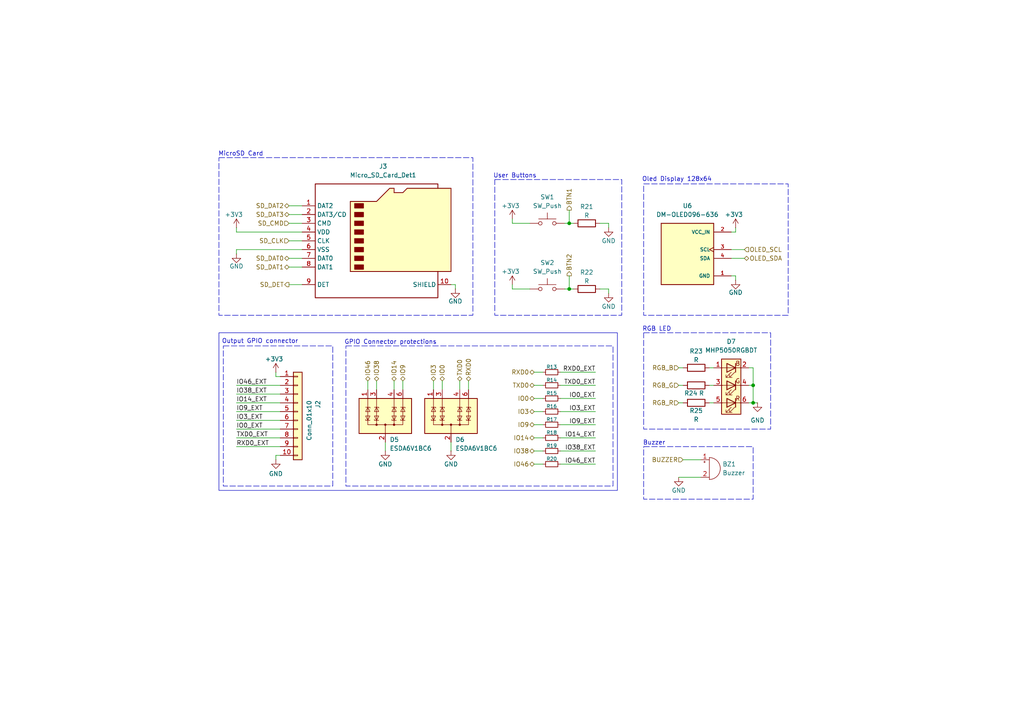
<source format=kicad_sch>
(kicad_sch (version 20250114) (generator "eeschema") (generator_version "9.0")
  (paper "A4")
  (lib_symbols
    (symbol "Connector:Micro_SD_Card_Det1"
      (property "Reference" "J" (at -16.51 17.78 0))
      (property "Value" "Micro_SD_Card_Det1" (at 16.51 17.78 0))
      (symbol "Micro_SD_Card_Det1_0_1"
        (polyline (pts (xy -8.89 -8.89) (xy -8.89 11.43) (xy -1.27 11.43) (xy 2.54 15.24) (xy 3.81 15.24) (xy 3.81 13.97) (xy 6.35 13.97) (xy 7.62 15.24) (xy 20.32 15.24) (xy 20.32 -8.89) (xy -8.89 -8.89)) (stroke (width 0.254)) (fill (type background)))
        (rectangle (start -7.62 10.795) (end -5.08 9.525) (stroke (width 0.254)) (fill (type outline)))
        (rectangle (start -7.62 8.255) (end -5.08 6.985) (stroke (width 0.254)) (fill (type outline)))
        (rectangle (start -7.62 5.715) (end -5.08 4.445) (stroke (width 0.254)) (fill (type outline)))
        (rectangle (start -7.62 3.175) (end -5.08 1.905) (stroke (width 0.254)) (fill (type outline)))
        (rectangle (start -7.62 0.635) (end -5.08 -0.635) (stroke (width 0.254)) (fill (type outline)))
        (rectangle (start -7.62 -1.905) (end -5.08 -3.175) (stroke (width 0.254)) (fill (type outline)))
        (rectangle (start -7.62 -4.445) (end -5.08 -5.715) (stroke (width 0.254)) (fill (type outline)))
        (rectangle (start -7.62 -6.985) (end -5.08 -8.255) (stroke (width 0.254)) (fill (type outline)))
        (polyline (pts (xy 16.51 15.24) (xy 16.51 16.51) (xy -19.05 16.51) (xy -19.05 -16.51) (xy 16.51 -16.51) (xy 16.51 -8.89)) (stroke (width 0.254)))
      )
      (symbol "Micro_SD_Card_Det1_1_1"
        (pin bidirectional line (at -22.86 10.16 0) (length 3.81) (name "DAT2") (number "1"))
        (pin bidirectional line (at -22.86 7.62 0) (length 3.81) (name "DAT3/CD") (number "2"))
        (pin input line (at -22.86 5.08 0) (length 3.81) (name "CMD") (number "3"))
        (pin power_in line (at -22.86 2.54 0) (length 3.81) (name "VDD") (number "4"))
        (pin input line (at -22.86 0 0) (length 3.81) (name "CLK") (number "5"))
        (pin power_in line (at -22.86 -2.54 0) (length 3.81) (name "VSS") (number "6"))
        (pin bidirectional line (at -22.86 -5.08 0) (length 3.81) (name "DAT0") (number "7"))
        (pin bidirectional line (at -22.86 -7.62 0) (length 3.81) (name "DAT1") (number "8"))
        (pin passive line (at -22.86 -12.7 0) (length 3.81) (name "DET") (number "9"))
        (pin passive line (at 20.32 -12.7 180) (length 3.81) (name "SHIELD") (number "10"))
      )
    )
    (symbol "Connector_Generic:Conn_01x10" (pin_names (offset 1.016) (hide yes))
      (property "Reference" "J" (at 0 12.7 0))
      (property "Value" "Conn_01x10" (at 0 -15.24 0))
      (symbol "Conn_01x10_1_1"
        (rectangle (start -1.27 11.43) (end 1.27 -13.97) (stroke (width 0.254)) (fill (type background)))
        (rectangle (start -1.27 10.287) (end 0 10.033) (stroke (width 0.1524)))
        (rectangle (start -1.27 7.747) (end 0 7.493) (stroke (width 0.1524)))
        (rectangle (start -1.27 5.207) (end 0 4.953) (stroke (width 0.1524)))
        (rectangle (start -1.27 2.667) (end 0 2.413) (stroke (width 0.1524)))
        (rectangle (start -1.27 0.127) (end 0 -0.127) (stroke (width 0.1524)))
        (rectangle (start -1.27 -2.413) (end 0 -2.667) (stroke (width 0.1524)))
        (rectangle (start -1.27 -4.953) (end 0 -5.207) (stroke (width 0.1524)))
        (rectangle (start -1.27 -7.493) (end 0 -7.747) (stroke (width 0.1524)))
        (rectangle (start -1.27 -10.033) (end 0 -10.287) (stroke (width 0.1524)))
        (rectangle (start -1.27 -12.573) (end 0 -12.827) (stroke (width 0.1524)))
        (pin passive line (at -5.08 10.16 0) (length 3.81) (name "Pin_1") (number "1"))
        (pin passive line (at -5.08 7.62 0) (length 3.81) (name "Pin_2") (number "2"))
        (pin passive line (at -5.08 5.08 0) (length 3.81) (name "Pin_3") (number "3"))
        (pin passive line (at -5.08 2.54 0) (length 3.81) (name "Pin_4") (number "4"))
        (pin passive line (at -5.08 0 0) (length 3.81) (name "Pin_5") (number "5"))
        (pin passive line (at -5.08 -2.54 0) (length 3.81) (name "Pin_6") (number "6"))
        (pin passive line (at -5.08 -5.08 0) (length 3.81) (name "Pin_7") (number "7"))
        (pin passive line (at -5.08 -7.62 0) (length 3.81) (name "Pin_8") (number "8"))
        (pin passive line (at -5.08 -10.16 0) (length 3.81) (name "Pin_9") (number "9"))
        (pin passive line (at -5.08 -12.7 0) (length 3.81) (name "Pin_10") (number "10"))
      )
    )
    (symbol "DM-OLED096-636:DM-OLED096-636" (pin_names (offset 1.016))
      (property "Reference" "U" (at -7.62 10.922 0))
      (property "Value" "DM-OLED096-636" (at -7.62 -10.16 0))
      (symbol "DM-OLED096-636_0_0"
        (rectangle (start -7.62 -7.62) (end 7.62 10.16) (stroke (width 0.254)) (fill (type background)))
        (pin power_in line (at 12.7 7.62 180) (length 5.08) (name "VCC_IN") (number "2"))
        (pin input clock (at 12.7 2.54 180) (length 5.08) (name "SCL") (number "3"))
        (pin bidirectional line (at 12.7 0 180) (length 5.08) (name "SDA") (number "4"))
        (pin power_in line (at 12.7 -5.08 180) (length 5.08) (name "GND") (number "1"))
      )
    )
    (symbol "Device:Buzzer" (pin_names (offset 0.0254) (hide yes))
      (property "Reference" "BZ" (at 3.81 1.27 0))
      (property "Value" "Buzzer" (at 3.81 -1.27 0))
      (symbol "Buzzer_0_1"
        (polyline (pts (xy -1.651 1.905) (xy -1.143 1.905)))
        (polyline (pts (xy -1.397 2.159) (xy -1.397 1.651)))
        (arc (start 0 3.175) (mid 3.1612 0) (end 0 -3.175))
        (polyline (pts (xy 0 3.175) (xy 0 -3.175)))
      )
      (symbol "Buzzer_1_1"
        (pin passive line (at -2.54 2.54 0) (length 2.54) (name "+") (number "1"))
        (pin passive line (at -2.54 -2.54 0) (length 2.54) (name "-") (number "2"))
      )
    )
    (symbol "Device:LED_RGB" (pin_names (offset 0) (hide yes))
      (property "Reference" "D2" (at 0 13.97 0))
      (property "Value" "MHP5050RGBDT" (at 0 11.43 0))
      (symbol "LED_RGB_0_0"
        (text "R" (at -1.905 3.81 0) (effects (font (size 1.27 1.27))))
        (text "G" (at -1.905 -1.27 0) (effects (font (size 1.27 1.27))))
        (text "B" (at -1.905 -6.35 0) (effects (font (size 1.27 1.27))))
      )
      (symbol "LED_RGB_0_1"
        (polyline (pts (xy -1.27 6.35) (xy -1.27 3.81)) (stroke (width 0.254)))
        (polyline (pts (xy -1.27 6.35) (xy -1.27 3.81) (xy -1.27 3.81)))
        (polyline (pts (xy -1.27 5.08) (xy -2.54 5.08)))
        (polyline (pts (xy -1.27 5.08) (xy 1.27 5.08)))
        (polyline (pts (xy -1.27 1.27) (xy -1.27 -1.27)) (stroke (width 0.254)))
        (polyline (pts (xy -1.27 1.27) (xy -1.27 -1.27) (xy -1.27 -1.27)))
        (polyline (pts (xy -1.27 0) (xy -2.54 0)))
        (polyline (pts (xy -1.27 -3.81) (xy -1.27 -6.35)) (stroke (width 0.254)))
        (polyline (pts (xy -1.27 -5.08) (xy -2.54 -5.08)))
        (polyline (pts (xy -1.27 -5.08) (xy 1.27 -5.08)))
        (polyline (pts (xy -1.016 6.35) (xy 0.508 7.874) (xy -0.254 7.874) (xy 0.508 7.874) (xy 0.508 7.112)))
        (polyline (pts (xy -1.016 1.27) (xy 0.508 2.794) (xy -0.254 2.794) (xy 0.508 2.794) (xy 0.508 2.032)))
        (polyline (pts (xy -1.016 -3.81) (xy 0.508 -2.286) (xy -0.254 -2.286) (xy 0.508 -2.286) (xy 0.508 -3.048)))
        (polyline (pts (xy 0 6.35) (xy 1.524 7.874) (xy 0.762 7.874) (xy 1.524 7.874) (xy 1.524 7.112)))
        (polyline (pts (xy 0 1.27) (xy 1.524 2.794) (xy 0.762 2.794) (xy 1.524 2.794) (xy 1.524 2.032)))
        (polyline (pts (xy 0 -3.81) (xy 1.524 -2.286) (xy 0.762 -2.286) (xy 1.524 -2.286) (xy 1.524 -3.048)))
        (polyline (pts (xy 1.27 6.35) (xy 1.27 3.81) (xy -1.27 5.08) (xy 1.27 6.35)) (stroke (width 0.254)))
        (rectangle (start 1.27 6.35) (end 1.27 6.35))
        (polyline (pts (xy 1.27 5.08) (xy 2.54 5.08)))
        (rectangle (start 1.27 3.81) (end 1.27 6.35))
        (polyline (pts (xy 1.27 1.27) (xy 1.27 -1.27) (xy -1.27 0) (xy 1.27 1.27)) (stroke (width 0.254)))
        (rectangle (start 1.27 1.27) (end 1.27 1.27))
        (polyline (pts (xy 1.27 0) (xy -1.27 0)))
        (polyline (pts (xy 1.27 0) (xy 2.54 0)))
        (rectangle (start 1.27 -1.27) (end 1.27 1.27))
        (polyline (pts (xy 1.27 -3.81) (xy 1.27 -6.35) (xy -1.27 -5.08) (xy 1.27 -3.81)) (stroke (width 0.254)))
        (polyline (pts (xy 1.27 -5.08) (xy 2.54 -5.08)))
        (rectangle (start 2.794 8.382) (end -2.794 -7.62) (stroke (width 0.254)) (fill (type background)))
      )
      (symbol "LED_RGB_1_1"
        (pin passive line (at -5.08 5.08 0) (length 2.54) (name "RK") (number "6"))
        (pin passive line (at -5.08 0 0) (length 2.54) (name "GK") (number "4"))
        (pin passive line (at -5.08 -5.08 0) (length 2.54) (name "BK") (number "2"))
        (pin passive line (at 5.08 5.08 180) (length 2.54) (name "RA") (number "5"))
        (pin passive line (at 5.08 0 180) (length 2.54) (name "GA") (number "3"))
        (pin passive line (at 5.08 -5.08 180) (length 2.54) (name "BA") (number "1"))
      )
    )
    (symbol "Device:R" (pin_numbers (hide yes)) (pin_names (offset 0))
      (property "Reference" "R" (at 2.032 0 90))
      (property "Value" "R" (at 0 0 90))
      (symbol "R_0_1"
        (rectangle (start -1.016 -2.54) (end 1.016 2.54) (stroke (width 0.254)))
      )
      (symbol "R_1_1"
        (pin passive line (at 0 3.81 270) (length 1.27) (name "~") (number "1"))
        (pin passive line (at 0 -3.81 90) (length 1.27) (name "~") (number "2"))
      )
    )
    (symbol "Device:R_Small" (pin_numbers (hide yes)) (pin_names (offset 0.254) (hide yes))
      (property "Reference" "R" (at 0 0 90))
      (property "Value" "R_Small" (at 1.778 0 90))
      (symbol "R_Small_0_1"
        (rectangle (start -0.762 1.778) (end 0.762 -1.778) (stroke (width 0.2032)))
      )
      (symbol "R_Small_1_1"
        (pin passive line (at 0 2.54 270) (length 0.762) (name "~") (number "1"))
        (pin passive line (at 0 -2.54 90) (length 0.762) (name "~") (number "2"))
      )
    )
    (symbol "Power_Protection:ESDA6V1BC6" (pin_names (hide yes))
      (property "Reference" "D" (at -2.54 -6.35 0))
      (property "Value" "ESDA6V1BC6" (at 1.27 -6.35 0))
      (symbol "ESDA6V1BC6_0_0"
        (pin passive line (at 0 -7.62 90) (length 2.54) (name "COM") (number "2"))
      )
      (symbol "ESDA6V1BC6_0_1"
        (rectangle (start -7.62 5.08) (end 7.62 -5.08) (stroke (width 0.254)) (fill (type background)))
        (polyline (pts (xy -5.715 2.54) (xy -4.445 2.54) (xy -4.445 2.286)))
        (polyline (pts (xy -5.715 -1.016) (xy -5.715 -1.27) (xy -4.445 -1.27)))
        (polyline (pts (xy -5.08 5.08) (xy -5.08 2.54)))
        (polyline (pts (xy -5.08 2.54) (xy -5.08 -1.27)))
        (polyline (pts (xy -5.08 2.54) (xy -4.445 1.27) (xy -5.715 1.27) (xy -5.08 2.54)))
        (polyline (pts (xy -5.08 -1.27) (xy -5.715 0) (xy -4.445 0) (xy -5.08 -1.27)))
        (polyline (pts (xy -5.08 -2.54) (xy -5.08 -1.27)))
        (polyline (pts (xy -5.08 -2.54) (xy 5.08 -2.54)))
        (polyline (pts (xy -3.175 2.54) (xy -1.905 2.54) (xy -1.905 2.286)))
        (polyline (pts (xy -3.175 -1.016) (xy -3.175 -1.27) (xy -1.905 -1.27)))
        (polyline (pts (xy -2.54 5.08) (xy -2.54 2.54)))
        (polyline (pts (xy -2.54 2.54) (xy -2.54 -1.27)))
        (polyline (pts (xy -2.54 2.54) (xy -1.905 1.27) (xy -3.175 1.27) (xy -2.54 2.54)))
        (polyline (pts (xy -2.54 -1.27) (xy -3.175 0) (xy -1.905 0) (xy -2.54 -1.27)))
        (circle (center -2.54 -2.54) (radius 0.254) (fill (type outline)))
        (polyline (pts (xy -2.54 -2.54) (xy -2.54 -1.27)))
        (polyline (pts (xy 0 -2.54) (xy 0 -5.08)))
        (circle (center 0 -2.54) (radius 0.254) (fill (type outline)))
        (polyline (pts (xy 1.905 2.54) (xy 3.175 2.54) (xy 3.175 2.286)))
        (polyline (pts (xy 1.905 -1.016) (xy 1.905 -1.27) (xy 3.175 -1.27)))
        (polyline (pts (xy 2.54 5.08) (xy 2.54 2.54)))
        (polyline (pts (xy 2.54 2.54) (xy 2.54 -1.27)))
        (polyline (pts (xy 2.54 2.54) (xy 3.175 1.27) (xy 1.905 1.27) (xy 2.54 2.54)))
        (polyline (pts (xy 2.54 -1.27) (xy 1.905 0) (xy 3.175 0) (xy 2.54 -1.27)))
        (polyline (pts (xy 2.54 -2.54) (xy 2.54 -1.27)))
        (circle (center 2.54 -2.54) (radius 0.254) (fill (type outline)))
        (polyline (pts (xy 4.445 2.54) (xy 5.715 2.54) (xy 5.715 2.286)))
        (polyline (pts (xy 4.445 -1.016) (xy 4.445 -1.27) (xy 5.715 -1.27)))
        (polyline (pts (xy 5.08 5.08) (xy 5.08 2.54)))
        (polyline (pts (xy 5.08 2.54) (xy 5.08 -1.27)))
        (polyline (pts (xy 5.08 2.54) (xy 5.715 1.27) (xy 4.445 1.27) (xy 5.08 2.54)))
        (polyline (pts (xy 5.08 -1.27) (xy 4.445 0) (xy 5.715 0) (xy 5.08 -1.27)))
        (polyline (pts (xy 5.08 -2.54) (xy 5.08 -1.27)))
      )
      (symbol "ESDA6V1BC6_1_1"
        (pin passive line (at -5.08 7.62 270) (length 2.54) (name "TVS1") (number "1"))
        (pin passive line (at -2.54 7.62 270) (length 2.54) (name "TVS2") (number "3"))
        (pin passive line (at 0 -7.62 90) (length 2.54) (hide yes) (name "COM") (number "5"))
        (pin passive line (at 2.54 7.62 270) (length 2.54) (name "TVS3") (number "4"))
        (pin passive line (at 5.08 7.62 270) (length 2.54) (name "TVS4") (number "6"))
      )
    )
    (symbol "Switch:SW_Push" (pin_numbers (hide yes)) (pin_names (offset 1.016) (hide yes))
      (property "Reference" "SW" (at 1.27 2.54 0))
      (property "Value" "SW_Push" (at 0 -1.524 0))
      (symbol "SW_Push_0_1"
        (circle (center -2.032 0) (radius 0.508))
        (polyline (pts (xy 0 1.27) (xy 0 3.048)))
        (circle (center 2.032 0) (radius 0.508))
        (polyline (pts (xy 2.54 1.27) (xy -2.54 1.27)))
        (pin passive line (at -5.08 0 0) (length 2.54) (name "1") (number "1"))
        (pin passive line (at 5.08 0 180) (length 2.54) (name "2") (number "2"))
      )
    )
    (symbol "power:+3V3" (power) (pin_numbers (hide yes)) (pin_names (offset 0) (hide yes))
      (property "Value" "+3V3" (at 0 3.556 0))
      (symbol "+3V3_0_1"
        (polyline (pts (xy -0.762 1.27) (xy 0 2.54)))
        (polyline (pts (xy 0 2.54) (xy 0.762 1.27)))
        (polyline (pts (xy 0 0) (xy 0 2.54)))
      )
      (symbol "+3V3_1_1"
        (pin power_in line (at 0 0 90) (length 0) (name "~") (number "1"))
      )
    )
    (symbol "power:GND" (power) (pin_numbers (hide yes)) (pin_names (offset 0) (hide yes))
      (property "Value" "GND" (at 0 -3.81 0))
      (symbol "GND_0_1"
        (polyline (pts (xy 0 0) (xy 0 -1.27) (xy 1.27 -1.27) (xy 0 -2.54) (xy -1.27 -1.27) (xy 0 -1.27)))
      )
      (symbol "GND_1_1"
        (pin power_in line (at 0 0 270) (length 0) (name "~") (number "1"))
      )
    )
  )
  (rectangle (start 63.5 96.52) (end 179.07 142.24))
  (rectangle (start 186.69 53.34) (end 228.6 91.44) (stroke (width 0) (type dash)))
  (rectangle (start 100.33 100.33) (end 177.8 140.97) (stroke (width 0) (type dash)))
  (rectangle (start 63.5 45.72) (end 137.16 91.44) (stroke (width 0) (type dash)))
  (rectangle (start 186.69 96.52) (end 223.52 124.46) (stroke (width 0) (type dash)))
  (rectangle (start 64.77 100.33) (end 96.52 140.97) (stroke (width 0) (type dash)))
  (rectangle (start 143.51 52.07) (end 180.34 91.44) (stroke (width 0) (type dash)))
  (rectangle (start 186.69 129.54) (end 218.44 144.78) (stroke (width 0) (type dash)))
  (text "MicroSD Card" (at 69.85 44.704 0) (effects (font (size 1.27 1.27))))
  (text "GPIO Connector protections" (at 113.284 99.314 0) (effects (font (size 1.27 1.27))))
  (text "Output GPIO connector" (at 75.438 99.06 0) (effects (font (size 1.27 1.27))))
  (text "Oled Display 128x64" (at 196.342 52.07 0) (effects (font (size 1.27 1.27))))
  (text "User Buttons" (at 149.352 51.054 0) (effects (font (size 1.27 1.27))))
  (text "RGB LED" (at 190.5 95.504 0) (effects (font (size 1.27 1.27))))
  (text "Buzzer" (at 189.738 128.524 0) (effects (font (size 1.27 1.27))))
  (junction (at 218.44 116.84))
  (junction (at 165.1 83.82))
  (junction (at 218.44 111.76))
  (junction (at 165.1 64.77))
  (wire (pts (xy 154.94 123.19) (xy 157.48 123.19)))
  (wire (pts (xy 196.85 116.84) (xy 198.12 116.84)))
  (wire (pts (xy 128.27 110.49) (xy 128.27 113.03)))
  (wire (pts (xy 165.1 64.77) (xy 165.1 60.96)))
  (wire (pts (xy 130.81 128.27) (xy 130.81 130.81)))
  (wire (pts (xy 154.94 134.62) (xy 157.48 134.62)))
  (wire (pts (xy 148.59 64.77) (xy 153.67 64.77)))
  (wire (pts (xy 162.56 130.81) (xy 172.72 130.81)))
  (wire (pts (xy 109.22 110.49) (xy 109.22 113.03)))
  (wire (pts (xy 196.85 138.43) (xy 203.2 138.43)))
  (wire (pts (xy 165.1 80.01) (xy 165.1 83.82)))
  (wire (pts (xy 68.58 111.76) (xy 81.28 111.76)))
  (wire (pts (xy 68.58 127) (xy 81.28 127)))
  (wire (pts (xy 198.12 133.35) (xy 203.2 133.35)))
  (wire (pts (xy 133.35 110.49) (xy 133.35 113.03)))
  (wire (pts (xy 114.3 110.49) (xy 114.3 113.03)))
  (wire (pts (xy 163.83 83.82) (xy 165.1 83.82)))
  (wire (pts (xy 106.68 110.49) (xy 106.68 113.03)))
  (wire (pts (xy 196.85 111.76) (xy 198.12 111.76)))
  (wire (pts (xy 80.01 133.35) (xy 80.01 132.08)))
  (wire (pts (xy 83.82 59.69) (xy 87.63 59.69)))
  (wire (pts (xy 68.58 121.92) (xy 81.28 121.92)))
  (wire (pts (xy 217.17 106.68) (xy 218.44 106.68)))
  (wire (pts (xy 83.82 64.77) (xy 87.63 64.77)))
  (wire (pts (xy 162.56 115.57) (xy 172.72 115.57)))
  (wire (pts (xy 205.74 106.68) (xy 207.01 106.68)))
  (wire (pts (xy 162.56 111.76) (xy 172.72 111.76)))
  (wire (pts (xy 162.56 127) (xy 172.72 127)))
  (wire (pts (xy 68.58 72.39) (xy 68.58 73.66)))
  (wire (pts (xy 135.89 110.49) (xy 135.89 113.03)))
  (wire (pts (xy 218.44 111.76) (xy 218.44 116.84)))
  (wire (pts (xy 68.58 116.84) (xy 81.28 116.84)))
  (wire (pts (xy 68.58 129.54) (xy 81.28 129.54)))
  (wire (pts (xy 173.99 64.77) (xy 176.53 64.77)))
  (wire (pts (xy 83.82 69.85) (xy 87.63 69.85)))
  (wire (pts (xy 154.94 127) (xy 157.48 127)))
  (wire (pts (xy 196.85 106.68) (xy 198.12 106.68)))
  (wire (pts (xy 83.82 77.47) (xy 87.63 77.47)))
  (wire (pts (xy 212.09 67.31) (xy 213.36 67.31)))
  (wire (pts (xy 125.73 110.49) (xy 125.73 113.03)))
  (wire (pts (xy 80.01 107.95) (xy 80.01 109.22)))
  (wire (pts (xy 111.76 130.81) (xy 111.76 128.27)))
  (wire (pts (xy 176.53 83.82) (xy 176.53 85.09)))
  (wire (pts (xy 132.08 82.55) (xy 130.81 82.55)))
  (wire (pts (xy 213.36 80.01) (xy 213.36 81.28)))
  (wire (pts (xy 217.17 111.76) (xy 218.44 111.76)))
  (wire (pts (xy 68.58 67.31) (xy 87.63 67.31)))
  (wire (pts (xy 176.53 64.77) (xy 176.53 66.04)))
  (wire (pts (xy 218.44 116.84) (xy 219.71 116.84)))
  (wire (pts (xy 154.94 111.76) (xy 157.48 111.76)))
  (wire (pts (xy 116.84 110.49) (xy 116.84 113.03)))
  (wire (pts (xy 154.94 130.81) (xy 157.48 130.81)))
  (wire (pts (xy 80.01 132.08) (xy 81.28 132.08)))
  (wire (pts (xy 132.08 83.82) (xy 132.08 82.55)))
  (wire (pts (xy 213.36 67.31) (xy 213.36 66.04)))
  (wire (pts (xy 148.59 63.5) (xy 148.59 64.77)))
  (wire (pts (xy 162.56 123.19) (xy 172.72 123.19)))
  (wire (pts (xy 212.09 72.39) (xy 215.9 72.39)))
  (wire (pts (xy 163.83 64.77) (xy 165.1 64.77)))
  (wire (pts (xy 212.09 80.01) (xy 213.36 80.01)))
  (wire (pts (xy 173.99 83.82) (xy 176.53 83.82)))
  (wire (pts (xy 68.58 119.38) (xy 81.28 119.38)))
  (wire (pts (xy 212.09 74.93) (xy 215.9 74.93)))
  (wire (pts (xy 68.58 114.3) (xy 81.28 114.3)))
  (wire (pts (xy 162.56 134.62) (xy 172.72 134.62)))
  (wire (pts (xy 165.1 64.77) (xy 166.37 64.77)))
  (wire (pts (xy 83.82 74.93) (xy 87.63 74.93)))
  (wire (pts (xy 218.44 106.68) (xy 218.44 111.76)))
  (wire (pts (xy 83.82 82.55) (xy 87.63 82.55)))
  (wire (pts (xy 68.58 66.04) (xy 68.58 67.31)))
  (wire (pts (xy 154.94 119.38) (xy 157.48 119.38)))
  (wire (pts (xy 165.1 83.82) (xy 166.37 83.82)))
  (wire (pts (xy 162.56 119.38) (xy 172.72 119.38)))
  (wire (pts (xy 148.59 83.82) (xy 153.67 83.82)))
  (wire (pts (xy 205.74 111.76) (xy 207.01 111.76)))
  (wire (pts (xy 218.44 116.84) (xy 217.17 116.84)))
  (wire (pts (xy 205.74 116.84) (xy 207.01 116.84)))
  (wire (pts (xy 154.94 115.57) (xy 157.48 115.57)))
  (wire (pts (xy 68.58 72.39) (xy 87.63 72.39)))
  (wire (pts (xy 154.94 107.95) (xy 157.48 107.95)))
  (wire (pts (xy 68.58 124.46) (xy 81.28 124.46)))
  (wire (pts (xy 148.59 82.55) (xy 148.59 83.82)))
  (wire (pts (xy 162.56 107.95) (xy 172.72 107.95)))
  (wire (pts (xy 80.01 109.22) (xy 81.28 109.22)))
  (wire (pts (xy 83.82 62.23) (xy 87.63 62.23)))
  (label "IO9_EXT" (at 172.72 123.19 180))
  (label "TXD0_EXT" (at 68.58 127 0))
  (label "IO3_EXT" (at 68.58 121.92 0))
  (label "IO14_EXT" (at 68.58 116.84 0))
  (label "RXD0_EXT" (at 68.58 129.54 0))
  (label "TXD0_EXT" (at 172.72 111.76 180))
  (label "IO0_EXT" (at 172.72 115.57 180))
  (label "IO46_EXT" (at 68.58 111.76 0))
  (label "IO9_EXT" (at 68.58 119.38 0))
  (label "IO38_EXT" (at 68.58 114.3 0))
  (label "RXD0_EXT" (at 172.72 107.95 180))
  (label "IO38_EXT" (at 172.72 130.81 180))
  (label "IO3_EXT" (at 172.72 119.38 180))
  (label "IO14_EXT" (at 172.72 127 180))
  (label "IO0_EXT" (at 68.58 124.46 0))
  (label "IO46_EXT" (at 172.72 134.62 180))
  (hierarchical_label "SD_CLK" (shape input) (at 83.82 69.85 180))
  (hierarchical_label "IO9" (shape bidirectional) (at 116.84 110.49 90))
  (hierarchical_label "IO14" (shape bidirectional) (at 154.94 127 180))
  (hierarchical_label "SD_DAT3" (shape bidirectional) (at 83.82 62.23 180))
  (hierarchical_label "RGB_R" (shape input) (at 196.85 116.84 180))
  (hierarchical_label "RGB_G" (shape input) (at 196.85 111.76 180))
  (hierarchical_label "RXD0" (shape bidirectional) (at 135.89 110.49 90))
  (hierarchical_label "SD_DAT1" (shape bidirectional) (at 83.82 77.47 180))
  (hierarchical_label "TXD0" (shape bidirectional) (at 133.35 110.49 90))
  (hierarchical_label "BTN2" (shape output) (at 165.1 80.01 90))
  (hierarchical_label "IO3" (shape bidirectional) (at 125.73 110.49 90))
  (hierarchical_label "IO0" (shape bidirectional) (at 128.27 110.49 90))
  (hierarchical_label "OLED_SCL" (shape input) (at 215.9 72.39 0))
  (hierarchical_label "IO38" (shape bidirectional) (at 109.22 110.49 90))
  (hierarchical_label "IO14" (shape bidirectional) (at 114.3 110.49 90))
  (hierarchical_label "RGB_B" (shape input) (at 196.85 106.68 180))
  (hierarchical_label "RXD0" (shape bidirectional) (at 154.94 107.95 180))
  (hierarchical_label "IO0" (shape bidirectional) (at 154.94 115.57 180))
  (hierarchical_label "IO9" (shape bidirectional) (at 154.94 123.19 180))
  (hierarchical_label "IO38" (shape bidirectional) (at 154.94 130.81 180))
  (hierarchical_label "SD_DAT2" (shape bidirectional) (at 83.82 59.69 180))
  (hierarchical_label "BTN1" (shape output) (at 165.1 60.96 90))
  (hierarchical_label "IO46" (shape bidirectional) (at 154.94 134.62 180))
  (hierarchical_label "IO46" (shape bidirectional) (at 106.68 110.49 90))
  (hierarchical_label "SD_CMD" (shape input) (at 83.82 64.77 180))
  (hierarchical_label "IO3" (shape bidirectional) (at 154.94 119.38 180))
  (hierarchical_label "BUZZER" (shape input) (at 198.12 133.35 180))
  (hierarchical_label "SD_DET" (shape output) (at 83.82 82.55 180))
  (hierarchical_label "SD_DAT0" (shape bidirectional) (at 83.82 74.93 180))
  (hierarchical_label "TXD0" (shape bidirectional) (at 154.94 111.76 180))
  (hierarchical_label "OLED_SDA" (shape bidirectional) (at 215.9 74.93 0))
  (symbol (lib_id "Connector_Generic:Conn_01x10") (at 86.36 119.38 0) (unit 1)
    (property "Reference" "J2" (at 92.202 116.078 90) (effects (justify right)))
    (property "Value" "Conn_01x10" (at 89.662 116.078 90) (effects (justify right)))
    (property "Footprint" "Connector_PinSocket_2.54mm:PinSocket_1x10_P2.54mm_Horizontal" (effects (hide yes)))
    (property "Description" "Generic connector, single row, 01x10, script generated (kicad-library-utils/schlib/autogen/connector/)" (effects (hide yes)))
  )
  (symbol (lib_id "Device:R_Small") (at 160.02 111.76 90) (unit 1)
    (property "Reference" "R14" (at 160.02 110.236 90) (effects (font (size 1.016 1.016))))
    (property "Value" "R_Small" (effects (hide yes)))
    (property "Footprint" "Resistor_SMD:R_0603_1608Metric" (effects (hide yes)))
    (property "Description" "Resistor, small symbol" (effects (hide yes)))
  )
  (symbol (lib_id "Device:R") (at 170.18 64.77 90) (unit 1)
    (property "Reference" "R21" (at 170.18 59.944 90))
    (property "Value" "R" (at 170.18 62.484 90))
    (property "Footprint" "Resistor_SMD:R_0603_1608Metric" (effects (hide yes)))
    (property "Description" "Resistor" (effects (hide yes)))
  )
  (symbol (lib_id "power:GND") (at 219.71 116.84 0) (unit 1)
    (property "Reference" "#PWR043" (effects (hide yes)))
    (property "Value" "GND" (at 219.71 121.92 0))
    (property "Description" "Power symbol creates a global label with name \"GND\" , ground" (effects (hide yes)))
  )
  (symbol (lib_id "Device:R") (at 201.93 111.76 90) (unit 1)
    (property "Reference" "R24" (at 200.406 114.046 90))
    (property "Value" "R" (at 203.454 114.046 90))
    (property "Footprint" "Resistor_SMD:R_0603_1608Metric" (effects (hide yes)))
    (property "Description" "Resistor" (effects (hide yes)))
  )
  (symbol (lib_id "power:+3V3") (at 80.01 107.95 0) (unit 1)
    (property "Reference" "#PWR031" (effects (hide yes)))
    (property "Value" "+3V3" (at 79.502 104.14 0))
    (property "Description" "Power symbol creates a global label with name \"+3V3\"" (effects (hide yes)))
  )
  (symbol (lib_id "power:GND") (at 80.01 133.35 0) (unit 1)
    (property "Reference" "#PWR032" (effects (hide yes)))
    (property "Value" "GND" (at 80.01 137.414 0))
    (property "Description" "Power symbol creates a global label with name \"GND\" , ground" (effects (hide yes)))
  )
  (symbol (lib_id "power:GND") (at 196.85 138.43 0) (unit 1)
    (property "Reference" "#PWR040" (effects (hide yes)))
    (property "Value" "GND" (at 196.85 142.24 0))
    (property "Description" "Power symbol creates a global label with name \"GND\" , ground" (effects (hide yes)))
  )
  (symbol (lib_id "power:GND") (at 68.58 73.66 0) (unit 1)
    (property "Reference" "#PWR030" (effects (hide yes)))
    (property "Value" "GND" (at 68.58 77.216 0))
    (property "Description" "Power symbol creates a global label with name \"GND\" , ground" (effects (hide yes)))
  )
  (symbol (lib_id "power:GND") (at 111.76 130.81 0) (unit 1)
    (property "Reference" "#PWR033" (effects (hide yes)))
    (property "Value" "GND" (at 111.76 134.62 0))
    (property "Description" "Power symbol creates a global label with name \"GND\" , ground" (effects (hide yes)))
  )
  (symbol (lib_id "power:+3V3") (at 148.59 82.55 0) (unit 1)
    (property "Reference" "#PWR037" (effects (hide yes)))
    (property "Value" "+3V3" (at 148.082 78.74 0))
    (property "Description" "Power symbol creates a global label with name \"+3V3\"" (effects (hide yes)))
  )
  (symbol (lib_id "Power_Protection:ESDA6V1BC6") (at 130.81 120.65 0) (unit 1)
    (property "Reference" "D6" (at 132.08 127.508 0) (effects (justify left)))
    (property "Value" "ESDA6V1BC6" (at 132.08 130.048 0) (effects (justify left)))
    (property "Footprint" "Package_TO_SOT_SMD:SOT-23-6" (effects (hide yes)))
    (property "Datasheet" "http://www.st.com/content/ccc/resource/technical/document/datasheet/21/07/21/e3/a8/df/42/a2/CD00001906.pdf/files/CD00001906.pdf/jcr:content/translations/en.CD00001906.pdf" (effects (hide yes)))
    (property "Description" "Quad bidirectional transil, Suppressor for ESD protection, 5V Standoff, 4 Channels, SOT-23-6" (effects (hide yes)))
  )
  (symbol (lib_id "power:GND") (at 213.36 81.28 0) (unit 1)
    (property "Reference" "#PWR042" (effects (hide yes)))
    (property "Value" "GND" (at 213.36 84.836 0))
    (property "Description" "Power symbol creates a global label with name \"GND\" , ground" (effects (hide yes)))
  )
  (symbol (lib_id "DM-OLED096-636:DM-OLED096-636") (at 199.39 74.93 0) (unit 1)
    (property "Reference" "U6" (at 199.39 59.69 0))
    (property "Value" "DM-OLED096-636" (at 199.39 62.23 0))
    (property "Footprint" "oled_128x64:MODULE_DM-OLED096-636" (effects (hide yes)))
    (property "MF" "Display Module" (effects (hide yes)))
    (property "MAXIMUM_PACKAGE_HEIGHT" "11.3 mm" (effects (hide yes)))
    (property "Package" "Package" (effects (hide yes)))
    (property "Price" "None" (effects (hide yes)))
    (property "Check_prices" "https://www.snapeda.com/parts/DM-OLED096-636/Display+Module/view-part/?ref=eda" (effects (hide yes)))
    (property "STANDARD" "Manufacturer Recommendations" (effects (hide yes)))
    (property "PARTREV" "2018-09-10" (effects (hide yes)))
    (property "SnapEDA_Link" "https://www.snapeda.com/parts/DM-OLED096-636/Display+Module/view-part/?ref=snap" (effects (hide yes)))
    (property "MP" "DM-OLED096-636" (effects (hide yes)))
    (property "Description_1" "0.96” 128 X 64 MONOCHROME GRAPHIC OLED DISPLAY MODULE - I2C" (effects (hide yes)))
    (property "Availability" "Not in stock" (effects (hide yes)))
    (property "MANUFACTURER" "Displaymodule" (effects (hide yes)))
  )
  (symbol (lib_id "Power_Protection:ESDA6V1BC6") (at 111.76 120.65 0) (unit 1)
    (property "Reference" "D5" (at 113.03 127.508 0) (effects (justify left)))
    (property "Value" "ESDA6V1BC6" (at 113.03 130.048 0) (effects (justify left)))
    (property "Footprint" "Package_TO_SOT_SMD:SOT-23-6" (effects (hide yes)))
    (property "Datasheet" "http://www.st.com/content/ccc/resource/technical/document/datasheet/21/07/21/e3/a8/df/42/a2/CD00001906.pdf/files/CD00001906.pdf/jcr:content/translations/en.CD00001906.pdf" (effects (hide yes)))
    (property "Description" "Quad bidirectional transil, Suppressor for ESD protection, 5V Standoff, 4 Channels, SOT-23-6" (effects (hide yes)))
  )
  (symbol (lib_id "Device:R_Small") (at 160.02 127 90) (unit 1)
    (property "Reference" "R18" (at 160.02 125.476 90) (effects (font (size 1.016 1.016))))
    (property "Value" "R_Small" (effects (hide yes)))
    (property "Footprint" "Resistor_SMD:R_0603_1608Metric" (effects (hide yes)))
    (property "Description" "Resistor, small symbol" (effects (hide yes)))
  )
  (symbol (lib_id "power:+3V3") (at 148.59 63.5 0) (unit 1)
    (property "Reference" "#PWR036" (effects (hide yes)))
    (property "Value" "+3V3" (at 148.082 59.69 0))
    (property "Description" "Power symbol creates a global label with name \"+3V3\"" (effects (hide yes)))
  )
  (symbol (lib_id "Device:R_Small") (at 160.02 119.38 90) (unit 1)
    (property "Reference" "R16" (at 160.02 117.856 90) (effects (font (size 1.016 1.016))))
    (property "Value" "R_Small" (effects (hide yes)))
    (property "Footprint" "Resistor_SMD:R_0603_1608Metric" (effects (hide yes)))
    (property "Description" "Resistor, small symbol" (effects (hide yes)))
  )
  (symbol (lib_id "Switch:SW_Push") (at 158.75 83.82 0) (unit 1)
    (property "Reference" "SW2" (at 158.75 76.2 0))
    (property "Value" "SW_Push" (at 158.75 78.74 0))
    (property "Footprint" "Button_Switch_SMD:SW_SPST_SKQG_WithoutStem" (effects (hide yes)))
    (property "Description" "Push button switch, generic, two pins" (effects (hide yes)))
  )
  (symbol (lib_id "power:+3V3") (at 213.36 66.04 0) (unit 1)
    (property "Reference" "#PWR041" (effects (hide yes)))
    (property "Value" "+3V3" (at 212.852 62.23 0))
    (property "Description" "Power symbol creates a global label with name \"+3V3\"" (effects (hide yes)))
  )
  (symbol (lib_id "Device:R") (at 201.93 106.68 90) (unit 1)
    (property "Reference" "R23" (at 201.93 101.854 90))
    (property "Value" "R" (at 201.93 104.394 90))
    (property "Footprint" "Resistor_SMD:R_0603_1608Metric" (effects (hide yes)))
    (property "Description" "Resistor" (effects (hide yes)))
  )
  (symbol (lib_id "Device:Buzzer") (at 205.74 135.89 0) (unit 1)
    (property "Reference" "BZ1" (at 209.55 134.6199 0) (effects (justify left)))
    (property "Value" "Buzzer" (at 209.55 137.1599 0) (effects (justify left)))
    (property "Footprint" "Buzzer_Beeper:Buzzer_CUI_CPT-9019S-SMT" (effects (hide yes)))
    (property "Description" "Buzzer, polarized" (effects (hide yes)))
  )
  (symbol (lib_id "Device:R") (at 170.18 83.82 90) (unit 1)
    (property "Reference" "R22" (at 170.18 78.994 90))
    (property "Value" "R" (at 170.18 81.534 90))
    (property "Footprint" "Resistor_SMD:R_0603_1608Metric" (effects (hide yes)))
    (property "Description" "Resistor" (effects (hide yes)))
  )
  (symbol (lib_id "Device:R_Small") (at 160.02 115.57 90) (unit 1)
    (property "Reference" "R15" (at 160.02 114.046 90) (effects (font (size 1.016 1.016))))
    (property "Value" "R_Small" (effects (hide yes)))
    (property "Footprint" "Resistor_SMD:R_0603_1608Metric" (effects (hide yes)))
    (property "Description" "Resistor, small symbol" (effects (hide yes)))
  )
  (symbol (lib_id "Device:R") (at 201.93 116.84 90) (unit 1)
    (property "Reference" "R25" (at 201.93 119.126 90))
    (property "Value" "R" (at 201.93 121.666 90))
    (property "Footprint" "Resistor_SMD:R_0603_1608Metric" (effects (hide yes)))
    (property "Description" "Resistor" (effects (hide yes)))
  )
  (symbol (lib_id "power:+3V3") (at 68.58 66.04 0) (unit 1)
    (property "Reference" "#PWR029" (effects (hide yes)))
    (property "Value" "+3V3" (at 67.818 62.23 0))
    (property "Description" "Power symbol creates a global label with name \"+3V3\"" (effects (hide yes)))
  )
  (symbol (lib_id "Device:LED_RGB") (at 212.09 111.76 180) (unit 1)
    (property "Reference" "D7" (at 212.09 99.06 0))
    (property "Value" "MHP5050RGBDT" (at 212.09 101.6 0))
    (property "Footprint" "LED_SMD:LED_RGB_5050-6" (effects (hide yes)))
    (property "Description" "RGB LED, 6 pin package" (effects (hide yes)))
  )
  (symbol (lib_id "power:GND") (at 176.53 85.09 0) (unit 1)
    (property "Reference" "#PWR039" (effects (hide yes)))
    (property "Value" "GND" (at 176.53 88.9 0))
    (property "Description" "Power symbol creates a global label with name \"GND\" , ground" (effects (hide yes)))
  )
  (symbol (lib_id "Switch:SW_Push") (at 158.75 64.77 0) (unit 1)
    (property "Reference" "SW1" (at 158.75 57.15 0))
    (property "Value" "SW_Push" (at 158.75 59.69 0))
    (property "Footprint" "Button_Switch_SMD:SW_SPST_SKQG_WithoutStem" (effects (hide yes)))
    (property "Description" "Push button switch, generic, two pins" (effects (hide yes)))
  )
  (symbol (lib_id "Device:R_Small") (at 160.02 123.19 90) (unit 1)
    (property "Reference" "R17" (at 160.02 121.666 90) (effects (font (size 1.016 1.016))))
    (property "Value" "R_Small" (effects (hide yes)))
    (property "Footprint" "Resistor_SMD:R_0603_1608Metric" (effects (hide yes)))
    (property "Description" "Resistor, small symbol" (effects (hide yes)))
  )
  (symbol (lib_id "Device:R_Small") (at 160.02 134.62 90) (unit 1)
    (property "Reference" "R20" (at 160.02 133.096 90) (effects (font (size 1.016 1.016))))
    (property "Value" "R_Small" (effects (hide yes)))
    (property "Footprint" "Resistor_SMD:R_0603_1608Metric" (effects (hide yes)))
    (property "Description" "Resistor, small symbol" (effects (hide yes)))
  )
  (symbol (lib_id "power:GND") (at 132.08 83.82 0) (unit 1)
    (property "Reference" "#PWR035" (effects (hide yes)))
    (property "Value" "GND" (at 132.08 87.376 0))
    (property "Description" "Power symbol creates a global label with name \"GND\" , ground" (effects (hide yes)))
  )
  (symbol (lib_id "Connector:Micro_SD_Card_Det1") (at 110.49 69.85 0) (unit 1)
    (property "Reference" "J3" (at 111.125 48.26 0))
    (property "Value" "Micro_SD_Card_Det1" (at 111.125 50.8 0))
    (property "Footprint" "microsd:TF-SMD_A-MICROTF-1.85A" (effects (hide yes)))
    (property "Datasheet" "https://datasheet.lcsc.com/lcsc/2110151630_XKB-Connectivity-XKTF-015-N_C381082.pdf" (effects (hide yes)))
    (property "Description" "Micro SD Card Socket with one card detection pin" (effects (hide yes)))
  )
  (symbol (lib_id "Device:R_Small") (at 160.02 107.95 90) (unit 1)
    (property "Reference" "R13" (at 160.02 106.426 90) (effects (font (size 1.016 1.016))))
    (property "Value" "R_Small" (effects (hide yes)))
    (property "Footprint" "Resistor_SMD:R_0603_1608Metric" (effects (hide yes)))
    (property "Description" "Resistor, small symbol" (effects (hide yes)))
  )
  (symbol (lib_id "Device:R_Small") (at 160.02 130.81 90) (unit 1)
    (property "Reference" "R19" (at 160.02 129.286 90) (effects (font (size 1.016 1.016))))
    (property "Value" "R_Small" (effects (hide yes)))
    (property "Footprint" "Resistor_SMD:R_0603_1608Metric" (effects (hide yes)))
    (property "Description" "Resistor, small symbol" (effects (hide yes)))
  )
  (symbol (lib_id "power:GND") (at 176.53 66.04 0) (unit 1)
    (property "Reference" "#PWR038" (effects (hide yes)))
    (property "Value" "GND" (at 176.53 69.85 0))
    (property "Description" "Power symbol creates a global label with name \"GND\" , ground" (effects (hide yes)))
  )
  (symbol (lib_id "power:GND") (at 130.81 130.81 0) (unit 1)
    (property "Reference" "#PWR034" (effects (hide yes)))
    (property "Value" "GND" (at 130.81 134.62 0))
    (property "Description" "Power symbol creates a global label with name \"GND\" , ground" (effects (hide yes)))
  )
)
</source>
